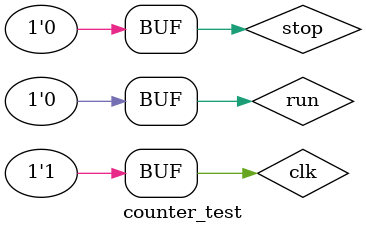
<source format=v>
`timescale 1ns / 1ps

module counter_test(

    );
    reg clk,reset,run,stop;
    
    wire timeout;
    wire min;
    wire [7:0] sec;
    wire [7:0] milisec;
    wire state;
    parameter period = 4;
    counter counter
    (
        .clk        (clk),
        .reset      (reset),
        .run        (run),
        .stop       (stop),
        .timeout    (timeout),
        .min        (min),
        .sec        (sec),
        .milisec    (milisec),
        .s(state)
    );
    
    always begin
        clk = 1'b0;
        #(period/2);
        clk = 1'b1;
        #(period/2);
    end
    
    initial begin
//        reset = 1'b0;
        run = 1'b0;
        stop = 1'b0;
        #(period/2);
        
//        reset = 1'b1;
//        run = 1'b1;
//        #(100*period);
//        run = 1'b0;
//        stop = 1'b1;
//        #(100*period);
//        stop = 1'b0;
//        #(10000*period);
//        run = 1'b1;
//        #(100*period);
//        run = 1'b0;
//        #(150000*period);
//            reset = 1'b1;
            # 10;
            run = 1'b1;
            # 10;
            run = 1'b0;
    end
endmodule

</source>
